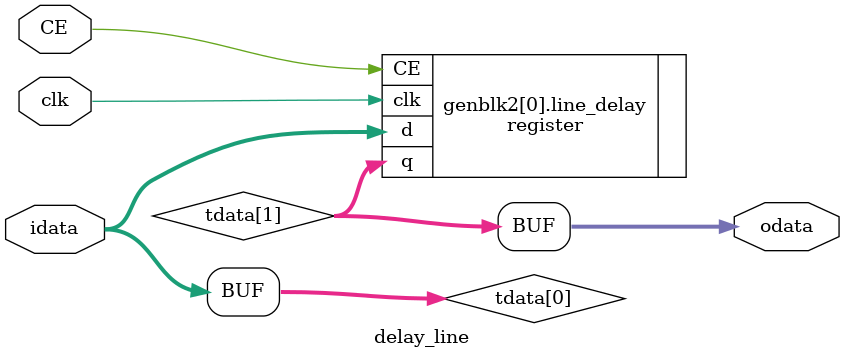
<source format=v>
`timescale 1ns / 1ps


module delay_line #
(
    parameter N=2,
    parameter DELAY=1
)
(   
    input clk,
    input CE,
    input [N-1:0]idata,    
    output [N-1:0]odata 
);
 wire [N-1:0] tdata [DELAY:0];
 genvar i;
    assign tdata [0] = idata;
    generate
        if (DELAY == 0)
            begin
                assign odata = idata;
            end 
        for(i=0;i<DELAY;i=i+1)
            begin
                register #(
                    .N(N)
                ) line_delay
                (
                    .clk(clk),
                    .CE(CE),
                    .d(tdata[i]),
                    .q(tdata[i+1])
                );
            end
    endgenerate    
assign odata = tdata[DELAY];
endmodule

</source>
